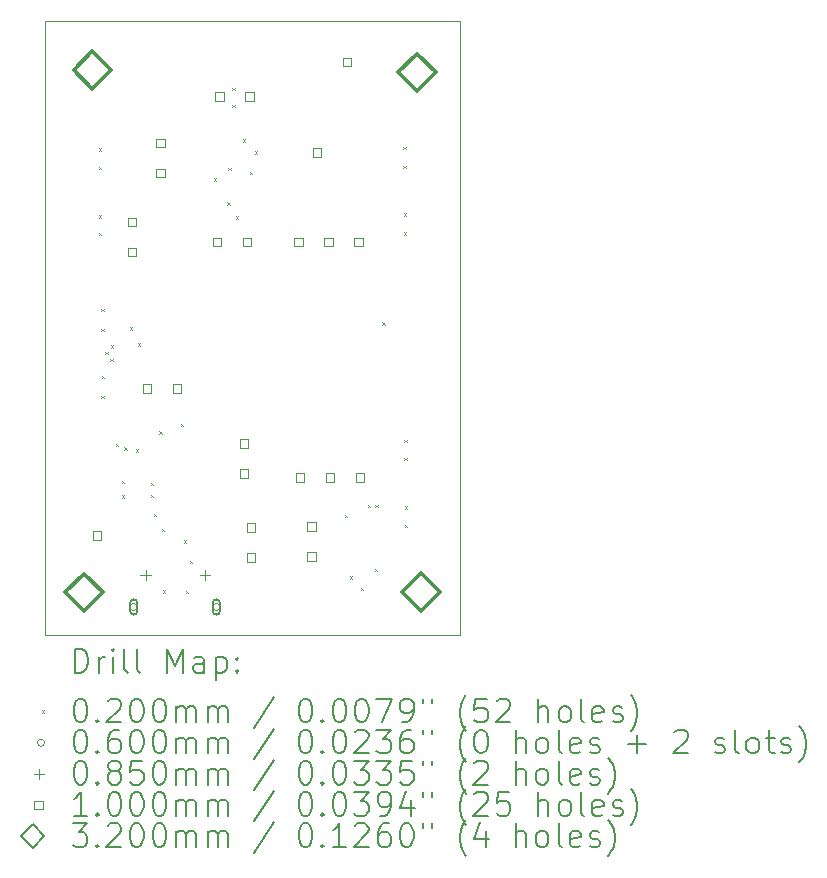
<source format=gbr>
%TF.GenerationSoftware,KiCad,Pcbnew,(6.0.9)*%
%TF.CreationDate,2022-12-23T15:53:00-08:00*%
%TF.ProjectId,pdm_mic_brd,70646d5f-6d69-4635-9f62-72642e6b6963,rev?*%
%TF.SameCoordinates,Original*%
%TF.FileFunction,Drillmap*%
%TF.FilePolarity,Positive*%
%FSLAX45Y45*%
G04 Gerber Fmt 4.5, Leading zero omitted, Abs format (unit mm)*
G04 Created by KiCad (PCBNEW (6.0.9)) date 2022-12-23 15:53:00*
%MOMM*%
%LPD*%
G01*
G04 APERTURE LIST*
%ADD10C,0.100000*%
%ADD11C,0.200000*%
%ADD12C,0.020000*%
%ADD13C,0.060000*%
%ADD14C,0.085000*%
%ADD15C,0.320000*%
G04 APERTURE END LIST*
D10*
X10578050Y-3178600D02*
X14093350Y-3178600D01*
X14093350Y-3178600D02*
X14093350Y-8378600D01*
X14093350Y-8378600D02*
X10578050Y-8378600D01*
X10578050Y-8378600D02*
X10578050Y-3178600D01*
D11*
D12*
X11031200Y-4823300D02*
X11051200Y-4843300D01*
X11051200Y-4823300D02*
X11031200Y-4843300D01*
X11031200Y-4973400D02*
X11051200Y-4993400D01*
X11051200Y-4973400D02*
X11031200Y-4993400D01*
X11033600Y-4412300D02*
X11053600Y-4432300D01*
X11053600Y-4412300D02*
X11033600Y-4432300D01*
X11034900Y-4254300D02*
X11054900Y-4274300D01*
X11054900Y-4254300D02*
X11034900Y-4274300D01*
X11053600Y-6350300D02*
X11073600Y-6370300D01*
X11073600Y-6350300D02*
X11053600Y-6370300D01*
X11054500Y-5612700D02*
X11074500Y-5632700D01*
X11074500Y-5612700D02*
X11054500Y-5632700D01*
X11054500Y-5784300D02*
X11074500Y-5804300D01*
X11074500Y-5784300D02*
X11054500Y-5804300D01*
X11055900Y-6181300D02*
X11075900Y-6201300D01*
X11075900Y-6181300D02*
X11055900Y-6201300D01*
X11087600Y-5979800D02*
X11107600Y-5999800D01*
X11107600Y-5979800D02*
X11087600Y-5999800D01*
X11131700Y-6036900D02*
X11151700Y-6056900D01*
X11151700Y-6036900D02*
X11131700Y-6056900D01*
X11133200Y-5924200D02*
X11153200Y-5944200D01*
X11153200Y-5924200D02*
X11133200Y-5944200D01*
X11177600Y-6755900D02*
X11197600Y-6775900D01*
X11197600Y-6755900D02*
X11177600Y-6775900D01*
X11227600Y-7073100D02*
X11247600Y-7093100D01*
X11247600Y-7073100D02*
X11227600Y-7093100D01*
X11230100Y-7192500D02*
X11250100Y-7212500D01*
X11250100Y-7192500D02*
X11230100Y-7212500D01*
X11249400Y-6785900D02*
X11269400Y-6805900D01*
X11269400Y-6785900D02*
X11249400Y-6805900D01*
X11293000Y-5771000D02*
X11313000Y-5791000D01*
X11313000Y-5771000D02*
X11293000Y-5791000D01*
X11346913Y-6805419D02*
X11366913Y-6825419D01*
X11366913Y-6805419D02*
X11346913Y-6825419D01*
X11363000Y-5905200D02*
X11383000Y-5925200D01*
X11383000Y-5905200D02*
X11363000Y-5925200D01*
X11470800Y-7191500D02*
X11490800Y-7211500D01*
X11490800Y-7191500D02*
X11470800Y-7211500D01*
X11474987Y-7089699D02*
X11494987Y-7109699D01*
X11494987Y-7089699D02*
X11474987Y-7109699D01*
X11498000Y-7351400D02*
X11518000Y-7371400D01*
X11518000Y-7351400D02*
X11498000Y-7371400D01*
X11543800Y-6650100D02*
X11563800Y-6670100D01*
X11563800Y-6650100D02*
X11543800Y-6670100D01*
X11565900Y-7478900D02*
X11585900Y-7498900D01*
X11585900Y-7478900D02*
X11565900Y-7498900D01*
X11577500Y-7998800D02*
X11597500Y-8018800D01*
X11597500Y-7998800D02*
X11577500Y-8018800D01*
X11725400Y-6588400D02*
X11745400Y-6608400D01*
X11745400Y-6588400D02*
X11725400Y-6608400D01*
X11750100Y-7574500D02*
X11770100Y-7594500D01*
X11770100Y-7574500D02*
X11750100Y-7594500D01*
X11769900Y-8004500D02*
X11789900Y-8024500D01*
X11789900Y-8004500D02*
X11769900Y-8024500D01*
X11802500Y-7746800D02*
X11822500Y-7766800D01*
X11822500Y-7746800D02*
X11802500Y-7766800D01*
X12004800Y-4510800D02*
X12024800Y-4530800D01*
X12024800Y-4510800D02*
X12004800Y-4530800D01*
X12120000Y-4713300D02*
X12140000Y-4733300D01*
X12140000Y-4713300D02*
X12120000Y-4733300D01*
X12130700Y-4420100D02*
X12150700Y-4440100D01*
X12150700Y-4420100D02*
X12130700Y-4440100D01*
X12161800Y-3885500D02*
X12181800Y-3905500D01*
X12181800Y-3885500D02*
X12161800Y-3905500D01*
X12163600Y-3741500D02*
X12183600Y-3761500D01*
X12183600Y-3741500D02*
X12163600Y-3761500D01*
X12192700Y-4831500D02*
X12212700Y-4851500D01*
X12212700Y-4831500D02*
X12192700Y-4851500D01*
X12251450Y-4180750D02*
X12271450Y-4200750D01*
X12271450Y-4180750D02*
X12251450Y-4200750D01*
X12309400Y-4456000D02*
X12329400Y-4476000D01*
X12329400Y-4456000D02*
X12309400Y-4476000D01*
X12355500Y-4281700D02*
X12375500Y-4301700D01*
X12375500Y-4281700D02*
X12355500Y-4301700D01*
X13115900Y-7360200D02*
X13135900Y-7380200D01*
X13135900Y-7360200D02*
X13115900Y-7380200D01*
X13158600Y-7878950D02*
X13178600Y-7898950D01*
X13178600Y-7878950D02*
X13158600Y-7898950D01*
X13249600Y-7976450D02*
X13269600Y-7996450D01*
X13269600Y-7976450D02*
X13249600Y-7996450D01*
X13309000Y-7271900D02*
X13329000Y-7291900D01*
X13329000Y-7271900D02*
X13309000Y-7291900D01*
X13369900Y-7813900D02*
X13389900Y-7833900D01*
X13389900Y-7813900D02*
X13369900Y-7833900D01*
X13374800Y-7276000D02*
X13394800Y-7296000D01*
X13394800Y-7276000D02*
X13374800Y-7296000D01*
X13431900Y-5728400D02*
X13451900Y-5748400D01*
X13451900Y-5728400D02*
X13431900Y-5748400D01*
X13610100Y-4405300D02*
X13630100Y-4425300D01*
X13630100Y-4405300D02*
X13610100Y-4425300D01*
X13611900Y-4240300D02*
X13631900Y-4260300D01*
X13631900Y-4240300D02*
X13611900Y-4260300D01*
X13616000Y-4965700D02*
X13636000Y-4985700D01*
X13636000Y-4965700D02*
X13616000Y-4985700D01*
X13617100Y-4804400D02*
X13637100Y-4824400D01*
X13637100Y-4804400D02*
X13617100Y-4824400D01*
X13619100Y-6725800D02*
X13639100Y-6745800D01*
X13639100Y-6725800D02*
X13619100Y-6745800D01*
X13619700Y-6875400D02*
X13639700Y-6895400D01*
X13639700Y-6875400D02*
X13619700Y-6895400D01*
X13622400Y-7442500D02*
X13642400Y-7462500D01*
X13642400Y-7442500D02*
X13622400Y-7462500D01*
X13623500Y-7287500D02*
X13643500Y-7307500D01*
X13643500Y-7287500D02*
X13623500Y-7307500D01*
D13*
X11358300Y-8139700D02*
G75*
G03*
X11358300Y-8139700I-30000J0D01*
G01*
D11*
X11358300Y-8174700D02*
X11358300Y-8104700D01*
X11298300Y-8174700D02*
X11298300Y-8104700D01*
X11358300Y-8104700D02*
G75*
G03*
X11298300Y-8104700I-30000J0D01*
G01*
X11298300Y-8174700D02*
G75*
G03*
X11358300Y-8174700I30000J0D01*
G01*
D13*
X12058300Y-8139700D02*
G75*
G03*
X12058300Y-8139700I-30000J0D01*
G01*
D11*
X11998300Y-8104700D02*
X11998300Y-8174700D01*
X12058300Y-8104700D02*
X12058300Y-8174700D01*
X11998300Y-8174700D02*
G75*
G03*
X12058300Y-8174700I30000J0D01*
G01*
X12058300Y-8104700D02*
G75*
G03*
X11998300Y-8104700I-30000J0D01*
G01*
D14*
X11428300Y-7827200D02*
X11428300Y-7912200D01*
X11385800Y-7869700D02*
X11470800Y-7869700D01*
X11928300Y-7827200D02*
X11928300Y-7912200D01*
X11885800Y-7869700D02*
X11970800Y-7869700D01*
D10*
X11050656Y-7567756D02*
X11050656Y-7497044D01*
X10979944Y-7497044D01*
X10979944Y-7567756D01*
X11050656Y-7567756D01*
X11347156Y-4913556D02*
X11347156Y-4842844D01*
X11276444Y-4842844D01*
X11276444Y-4913556D01*
X11347156Y-4913556D01*
X11347156Y-5167556D02*
X11347156Y-5096844D01*
X11276444Y-5096844D01*
X11276444Y-5167556D01*
X11347156Y-5167556D01*
X11476156Y-6324256D02*
X11476156Y-6253544D01*
X11405444Y-6253544D01*
X11405444Y-6324256D01*
X11476156Y-6324256D01*
X11590856Y-4244156D02*
X11590856Y-4173444D01*
X11520144Y-4173444D01*
X11520144Y-4244156D01*
X11590856Y-4244156D01*
X11590856Y-4498156D02*
X11590856Y-4427444D01*
X11520144Y-4427444D01*
X11520144Y-4498156D01*
X11590856Y-4498156D01*
X11730156Y-6324256D02*
X11730156Y-6253544D01*
X11659444Y-6253544D01*
X11659444Y-6324256D01*
X11730156Y-6324256D01*
X12069456Y-5085356D02*
X12069456Y-5014644D01*
X11998744Y-5014644D01*
X11998744Y-5085356D01*
X12069456Y-5085356D01*
X12090056Y-3853056D02*
X12090056Y-3782344D01*
X12019344Y-3782344D01*
X12019344Y-3853056D01*
X12090056Y-3853056D01*
X12296756Y-6790356D02*
X12296756Y-6719644D01*
X12226044Y-6719644D01*
X12226044Y-6790356D01*
X12296756Y-6790356D01*
X12296756Y-7044356D02*
X12296756Y-6973644D01*
X12226044Y-6973644D01*
X12226044Y-7044356D01*
X12296756Y-7044356D01*
X12323456Y-5085356D02*
X12323456Y-5014644D01*
X12252744Y-5014644D01*
X12252744Y-5085356D01*
X12323456Y-5085356D01*
X12344056Y-3853056D02*
X12344056Y-3782344D01*
X12273344Y-3782344D01*
X12273344Y-3853056D01*
X12344056Y-3853056D01*
X12354656Y-7500256D02*
X12354656Y-7429544D01*
X12283944Y-7429544D01*
X12283944Y-7500256D01*
X12354656Y-7500256D01*
X12354656Y-7754256D02*
X12354656Y-7683544D01*
X12283944Y-7683544D01*
X12283944Y-7754256D01*
X12354656Y-7754256D01*
X12758256Y-5083956D02*
X12758256Y-5013244D01*
X12687544Y-5013244D01*
X12687544Y-5083956D01*
X12758256Y-5083956D01*
X12770956Y-7076656D02*
X12770956Y-7005944D01*
X12700244Y-7005944D01*
X12700244Y-7076656D01*
X12770956Y-7076656D01*
X12870356Y-7492156D02*
X12870356Y-7421444D01*
X12799644Y-7421444D01*
X12799644Y-7492156D01*
X12870356Y-7492156D01*
X12870356Y-7746156D02*
X12870356Y-7675444D01*
X12799644Y-7675444D01*
X12799644Y-7746156D01*
X12870356Y-7746156D01*
X12915256Y-4326556D02*
X12915256Y-4255844D01*
X12844544Y-4255844D01*
X12844544Y-4326556D01*
X12915256Y-4326556D01*
X13012256Y-5083956D02*
X13012256Y-5013244D01*
X12941544Y-5013244D01*
X12941544Y-5083956D01*
X13012256Y-5083956D01*
X13024956Y-7076656D02*
X13024956Y-7005944D01*
X12954244Y-7005944D01*
X12954244Y-7076656D01*
X13024956Y-7076656D01*
X13171556Y-3558556D02*
X13171556Y-3487844D01*
X13100844Y-3487844D01*
X13100844Y-3558556D01*
X13171556Y-3558556D01*
X13266256Y-5083956D02*
X13266256Y-5013244D01*
X13195544Y-5013244D01*
X13195544Y-5083956D01*
X13266256Y-5083956D01*
X13278956Y-7076656D02*
X13278956Y-7005944D01*
X13208244Y-7005944D01*
X13208244Y-7076656D01*
X13278956Y-7076656D01*
D15*
X10906400Y-8175400D02*
X11066400Y-8015400D01*
X10906400Y-7855400D01*
X10746400Y-8015400D01*
X10906400Y-8175400D01*
X10979200Y-3754500D02*
X11139200Y-3594500D01*
X10979200Y-3434500D01*
X10819200Y-3594500D01*
X10979200Y-3754500D01*
X13723800Y-3772700D02*
X13883800Y-3612700D01*
X13723800Y-3452700D01*
X13563800Y-3612700D01*
X13723800Y-3772700D01*
X13757600Y-8169700D02*
X13917600Y-8009700D01*
X13757600Y-7849700D01*
X13597600Y-8009700D01*
X13757600Y-8169700D01*
D11*
X10830669Y-8694076D02*
X10830669Y-8494076D01*
X10878288Y-8494076D01*
X10906860Y-8503600D01*
X10925907Y-8522648D01*
X10935431Y-8541695D01*
X10944955Y-8579790D01*
X10944955Y-8608362D01*
X10935431Y-8646457D01*
X10925907Y-8665505D01*
X10906860Y-8684552D01*
X10878288Y-8694076D01*
X10830669Y-8694076D01*
X11030669Y-8694076D02*
X11030669Y-8560743D01*
X11030669Y-8598838D02*
X11040193Y-8579790D01*
X11049717Y-8570267D01*
X11068764Y-8560743D01*
X11087812Y-8560743D01*
X11154479Y-8694076D02*
X11154479Y-8560743D01*
X11154479Y-8494076D02*
X11144955Y-8503600D01*
X11154479Y-8513124D01*
X11164002Y-8503600D01*
X11154479Y-8494076D01*
X11154479Y-8513124D01*
X11278288Y-8694076D02*
X11259240Y-8684552D01*
X11249717Y-8665505D01*
X11249717Y-8494076D01*
X11383050Y-8694076D02*
X11364002Y-8684552D01*
X11354478Y-8665505D01*
X11354478Y-8494076D01*
X11611621Y-8694076D02*
X11611621Y-8494076D01*
X11678288Y-8636933D01*
X11744955Y-8494076D01*
X11744955Y-8694076D01*
X11925907Y-8694076D02*
X11925907Y-8589314D01*
X11916383Y-8570267D01*
X11897336Y-8560743D01*
X11859240Y-8560743D01*
X11840193Y-8570267D01*
X11925907Y-8684552D02*
X11906859Y-8694076D01*
X11859240Y-8694076D01*
X11840193Y-8684552D01*
X11830669Y-8665505D01*
X11830669Y-8646457D01*
X11840193Y-8627410D01*
X11859240Y-8617886D01*
X11906859Y-8617886D01*
X11925907Y-8608362D01*
X12021145Y-8560743D02*
X12021145Y-8760743D01*
X12021145Y-8570267D02*
X12040193Y-8560743D01*
X12078288Y-8560743D01*
X12097336Y-8570267D01*
X12106859Y-8579790D01*
X12116383Y-8598838D01*
X12116383Y-8655981D01*
X12106859Y-8675029D01*
X12097336Y-8684552D01*
X12078288Y-8694076D01*
X12040193Y-8694076D01*
X12021145Y-8684552D01*
X12202098Y-8675029D02*
X12211621Y-8684552D01*
X12202098Y-8694076D01*
X12192574Y-8684552D01*
X12202098Y-8675029D01*
X12202098Y-8694076D01*
X12202098Y-8570267D02*
X12211621Y-8579790D01*
X12202098Y-8589314D01*
X12192574Y-8579790D01*
X12202098Y-8570267D01*
X12202098Y-8589314D01*
D12*
X10553050Y-9013600D02*
X10573050Y-9033600D01*
X10573050Y-9013600D02*
X10553050Y-9033600D01*
D11*
X10868764Y-8914076D02*
X10887812Y-8914076D01*
X10906860Y-8923600D01*
X10916383Y-8933124D01*
X10925907Y-8952171D01*
X10935431Y-8990267D01*
X10935431Y-9037886D01*
X10925907Y-9075981D01*
X10916383Y-9095029D01*
X10906860Y-9104552D01*
X10887812Y-9114076D01*
X10868764Y-9114076D01*
X10849717Y-9104552D01*
X10840193Y-9095029D01*
X10830669Y-9075981D01*
X10821145Y-9037886D01*
X10821145Y-8990267D01*
X10830669Y-8952171D01*
X10840193Y-8933124D01*
X10849717Y-8923600D01*
X10868764Y-8914076D01*
X11021145Y-9095029D02*
X11030669Y-9104552D01*
X11021145Y-9114076D01*
X11011621Y-9104552D01*
X11021145Y-9095029D01*
X11021145Y-9114076D01*
X11106860Y-8933124D02*
X11116383Y-8923600D01*
X11135431Y-8914076D01*
X11183050Y-8914076D01*
X11202098Y-8923600D01*
X11211621Y-8933124D01*
X11221145Y-8952171D01*
X11221145Y-8971219D01*
X11211621Y-8999790D01*
X11097336Y-9114076D01*
X11221145Y-9114076D01*
X11344955Y-8914076D02*
X11364002Y-8914076D01*
X11383050Y-8923600D01*
X11392574Y-8933124D01*
X11402098Y-8952171D01*
X11411621Y-8990267D01*
X11411621Y-9037886D01*
X11402098Y-9075981D01*
X11392574Y-9095029D01*
X11383050Y-9104552D01*
X11364002Y-9114076D01*
X11344955Y-9114076D01*
X11325907Y-9104552D01*
X11316383Y-9095029D01*
X11306859Y-9075981D01*
X11297336Y-9037886D01*
X11297336Y-8990267D01*
X11306859Y-8952171D01*
X11316383Y-8933124D01*
X11325907Y-8923600D01*
X11344955Y-8914076D01*
X11535431Y-8914076D02*
X11554478Y-8914076D01*
X11573526Y-8923600D01*
X11583050Y-8933124D01*
X11592574Y-8952171D01*
X11602098Y-8990267D01*
X11602098Y-9037886D01*
X11592574Y-9075981D01*
X11583050Y-9095029D01*
X11573526Y-9104552D01*
X11554478Y-9114076D01*
X11535431Y-9114076D01*
X11516383Y-9104552D01*
X11506859Y-9095029D01*
X11497336Y-9075981D01*
X11487812Y-9037886D01*
X11487812Y-8990267D01*
X11497336Y-8952171D01*
X11506859Y-8933124D01*
X11516383Y-8923600D01*
X11535431Y-8914076D01*
X11687812Y-9114076D02*
X11687812Y-8980743D01*
X11687812Y-8999790D02*
X11697336Y-8990267D01*
X11716383Y-8980743D01*
X11744955Y-8980743D01*
X11764002Y-8990267D01*
X11773526Y-9009314D01*
X11773526Y-9114076D01*
X11773526Y-9009314D02*
X11783050Y-8990267D01*
X11802098Y-8980743D01*
X11830669Y-8980743D01*
X11849717Y-8990267D01*
X11859240Y-9009314D01*
X11859240Y-9114076D01*
X11954478Y-9114076D02*
X11954478Y-8980743D01*
X11954478Y-8999790D02*
X11964002Y-8990267D01*
X11983050Y-8980743D01*
X12011621Y-8980743D01*
X12030669Y-8990267D01*
X12040193Y-9009314D01*
X12040193Y-9114076D01*
X12040193Y-9009314D02*
X12049717Y-8990267D01*
X12068764Y-8980743D01*
X12097336Y-8980743D01*
X12116383Y-8990267D01*
X12125907Y-9009314D01*
X12125907Y-9114076D01*
X12516383Y-8904552D02*
X12344955Y-9161695D01*
X12773526Y-8914076D02*
X12792574Y-8914076D01*
X12811621Y-8923600D01*
X12821145Y-8933124D01*
X12830669Y-8952171D01*
X12840193Y-8990267D01*
X12840193Y-9037886D01*
X12830669Y-9075981D01*
X12821145Y-9095029D01*
X12811621Y-9104552D01*
X12792574Y-9114076D01*
X12773526Y-9114076D01*
X12754478Y-9104552D01*
X12744955Y-9095029D01*
X12735431Y-9075981D01*
X12725907Y-9037886D01*
X12725907Y-8990267D01*
X12735431Y-8952171D01*
X12744955Y-8933124D01*
X12754478Y-8923600D01*
X12773526Y-8914076D01*
X12925907Y-9095029D02*
X12935431Y-9104552D01*
X12925907Y-9114076D01*
X12916383Y-9104552D01*
X12925907Y-9095029D01*
X12925907Y-9114076D01*
X13059240Y-8914076D02*
X13078288Y-8914076D01*
X13097336Y-8923600D01*
X13106859Y-8933124D01*
X13116383Y-8952171D01*
X13125907Y-8990267D01*
X13125907Y-9037886D01*
X13116383Y-9075981D01*
X13106859Y-9095029D01*
X13097336Y-9104552D01*
X13078288Y-9114076D01*
X13059240Y-9114076D01*
X13040193Y-9104552D01*
X13030669Y-9095029D01*
X13021145Y-9075981D01*
X13011621Y-9037886D01*
X13011621Y-8990267D01*
X13021145Y-8952171D01*
X13030669Y-8933124D01*
X13040193Y-8923600D01*
X13059240Y-8914076D01*
X13249717Y-8914076D02*
X13268764Y-8914076D01*
X13287812Y-8923600D01*
X13297336Y-8933124D01*
X13306859Y-8952171D01*
X13316383Y-8990267D01*
X13316383Y-9037886D01*
X13306859Y-9075981D01*
X13297336Y-9095029D01*
X13287812Y-9104552D01*
X13268764Y-9114076D01*
X13249717Y-9114076D01*
X13230669Y-9104552D01*
X13221145Y-9095029D01*
X13211621Y-9075981D01*
X13202098Y-9037886D01*
X13202098Y-8990267D01*
X13211621Y-8952171D01*
X13221145Y-8933124D01*
X13230669Y-8923600D01*
X13249717Y-8914076D01*
X13383050Y-8914076D02*
X13516383Y-8914076D01*
X13430669Y-9114076D01*
X13602098Y-9114076D02*
X13640193Y-9114076D01*
X13659240Y-9104552D01*
X13668764Y-9095029D01*
X13687812Y-9066457D01*
X13697336Y-9028362D01*
X13697336Y-8952171D01*
X13687812Y-8933124D01*
X13678288Y-8923600D01*
X13659240Y-8914076D01*
X13621145Y-8914076D01*
X13602098Y-8923600D01*
X13592574Y-8933124D01*
X13583050Y-8952171D01*
X13583050Y-8999790D01*
X13592574Y-9018838D01*
X13602098Y-9028362D01*
X13621145Y-9037886D01*
X13659240Y-9037886D01*
X13678288Y-9028362D01*
X13687812Y-9018838D01*
X13697336Y-8999790D01*
X13773526Y-8914076D02*
X13773526Y-8952171D01*
X13849717Y-8914076D02*
X13849717Y-8952171D01*
X14144955Y-9190267D02*
X14135431Y-9180743D01*
X14116383Y-9152171D01*
X14106859Y-9133124D01*
X14097336Y-9104552D01*
X14087812Y-9056933D01*
X14087812Y-9018838D01*
X14097336Y-8971219D01*
X14106859Y-8942648D01*
X14116383Y-8923600D01*
X14135431Y-8895029D01*
X14144955Y-8885505D01*
X14316383Y-8914076D02*
X14221145Y-8914076D01*
X14211621Y-9009314D01*
X14221145Y-8999790D01*
X14240193Y-8990267D01*
X14287812Y-8990267D01*
X14306859Y-8999790D01*
X14316383Y-9009314D01*
X14325907Y-9028362D01*
X14325907Y-9075981D01*
X14316383Y-9095029D01*
X14306859Y-9104552D01*
X14287812Y-9114076D01*
X14240193Y-9114076D01*
X14221145Y-9104552D01*
X14211621Y-9095029D01*
X14402098Y-8933124D02*
X14411621Y-8923600D01*
X14430669Y-8914076D01*
X14478288Y-8914076D01*
X14497336Y-8923600D01*
X14506859Y-8933124D01*
X14516383Y-8952171D01*
X14516383Y-8971219D01*
X14506859Y-8999790D01*
X14392574Y-9114076D01*
X14516383Y-9114076D01*
X14754478Y-9114076D02*
X14754478Y-8914076D01*
X14840193Y-9114076D02*
X14840193Y-9009314D01*
X14830669Y-8990267D01*
X14811621Y-8980743D01*
X14783050Y-8980743D01*
X14764002Y-8990267D01*
X14754478Y-8999790D01*
X14964002Y-9114076D02*
X14944955Y-9104552D01*
X14935431Y-9095029D01*
X14925907Y-9075981D01*
X14925907Y-9018838D01*
X14935431Y-8999790D01*
X14944955Y-8990267D01*
X14964002Y-8980743D01*
X14992574Y-8980743D01*
X15011621Y-8990267D01*
X15021145Y-8999790D01*
X15030669Y-9018838D01*
X15030669Y-9075981D01*
X15021145Y-9095029D01*
X15011621Y-9104552D01*
X14992574Y-9114076D01*
X14964002Y-9114076D01*
X15144955Y-9114076D02*
X15125907Y-9104552D01*
X15116383Y-9085505D01*
X15116383Y-8914076D01*
X15297336Y-9104552D02*
X15278288Y-9114076D01*
X15240193Y-9114076D01*
X15221145Y-9104552D01*
X15211621Y-9085505D01*
X15211621Y-9009314D01*
X15221145Y-8990267D01*
X15240193Y-8980743D01*
X15278288Y-8980743D01*
X15297336Y-8990267D01*
X15306859Y-9009314D01*
X15306859Y-9028362D01*
X15211621Y-9047410D01*
X15383050Y-9104552D02*
X15402098Y-9114076D01*
X15440193Y-9114076D01*
X15459240Y-9104552D01*
X15468764Y-9085505D01*
X15468764Y-9075981D01*
X15459240Y-9056933D01*
X15440193Y-9047410D01*
X15411621Y-9047410D01*
X15392574Y-9037886D01*
X15383050Y-9018838D01*
X15383050Y-9009314D01*
X15392574Y-8990267D01*
X15411621Y-8980743D01*
X15440193Y-8980743D01*
X15459240Y-8990267D01*
X15535431Y-9190267D02*
X15544955Y-9180743D01*
X15564002Y-9152171D01*
X15573526Y-9133124D01*
X15583050Y-9104552D01*
X15592574Y-9056933D01*
X15592574Y-9018838D01*
X15583050Y-8971219D01*
X15573526Y-8942648D01*
X15564002Y-8923600D01*
X15544955Y-8895029D01*
X15535431Y-8885505D01*
D13*
X10573050Y-9287600D02*
G75*
G03*
X10573050Y-9287600I-30000J0D01*
G01*
D11*
X10868764Y-9178076D02*
X10887812Y-9178076D01*
X10906860Y-9187600D01*
X10916383Y-9197124D01*
X10925907Y-9216171D01*
X10935431Y-9254267D01*
X10935431Y-9301886D01*
X10925907Y-9339981D01*
X10916383Y-9359029D01*
X10906860Y-9368552D01*
X10887812Y-9378076D01*
X10868764Y-9378076D01*
X10849717Y-9368552D01*
X10840193Y-9359029D01*
X10830669Y-9339981D01*
X10821145Y-9301886D01*
X10821145Y-9254267D01*
X10830669Y-9216171D01*
X10840193Y-9197124D01*
X10849717Y-9187600D01*
X10868764Y-9178076D01*
X11021145Y-9359029D02*
X11030669Y-9368552D01*
X11021145Y-9378076D01*
X11011621Y-9368552D01*
X11021145Y-9359029D01*
X11021145Y-9378076D01*
X11202098Y-9178076D02*
X11164002Y-9178076D01*
X11144955Y-9187600D01*
X11135431Y-9197124D01*
X11116383Y-9225695D01*
X11106860Y-9263790D01*
X11106860Y-9339981D01*
X11116383Y-9359029D01*
X11125907Y-9368552D01*
X11144955Y-9378076D01*
X11183050Y-9378076D01*
X11202098Y-9368552D01*
X11211621Y-9359029D01*
X11221145Y-9339981D01*
X11221145Y-9292362D01*
X11211621Y-9273314D01*
X11202098Y-9263790D01*
X11183050Y-9254267D01*
X11144955Y-9254267D01*
X11125907Y-9263790D01*
X11116383Y-9273314D01*
X11106860Y-9292362D01*
X11344955Y-9178076D02*
X11364002Y-9178076D01*
X11383050Y-9187600D01*
X11392574Y-9197124D01*
X11402098Y-9216171D01*
X11411621Y-9254267D01*
X11411621Y-9301886D01*
X11402098Y-9339981D01*
X11392574Y-9359029D01*
X11383050Y-9368552D01*
X11364002Y-9378076D01*
X11344955Y-9378076D01*
X11325907Y-9368552D01*
X11316383Y-9359029D01*
X11306859Y-9339981D01*
X11297336Y-9301886D01*
X11297336Y-9254267D01*
X11306859Y-9216171D01*
X11316383Y-9197124D01*
X11325907Y-9187600D01*
X11344955Y-9178076D01*
X11535431Y-9178076D02*
X11554478Y-9178076D01*
X11573526Y-9187600D01*
X11583050Y-9197124D01*
X11592574Y-9216171D01*
X11602098Y-9254267D01*
X11602098Y-9301886D01*
X11592574Y-9339981D01*
X11583050Y-9359029D01*
X11573526Y-9368552D01*
X11554478Y-9378076D01*
X11535431Y-9378076D01*
X11516383Y-9368552D01*
X11506859Y-9359029D01*
X11497336Y-9339981D01*
X11487812Y-9301886D01*
X11487812Y-9254267D01*
X11497336Y-9216171D01*
X11506859Y-9197124D01*
X11516383Y-9187600D01*
X11535431Y-9178076D01*
X11687812Y-9378076D02*
X11687812Y-9244743D01*
X11687812Y-9263790D02*
X11697336Y-9254267D01*
X11716383Y-9244743D01*
X11744955Y-9244743D01*
X11764002Y-9254267D01*
X11773526Y-9273314D01*
X11773526Y-9378076D01*
X11773526Y-9273314D02*
X11783050Y-9254267D01*
X11802098Y-9244743D01*
X11830669Y-9244743D01*
X11849717Y-9254267D01*
X11859240Y-9273314D01*
X11859240Y-9378076D01*
X11954478Y-9378076D02*
X11954478Y-9244743D01*
X11954478Y-9263790D02*
X11964002Y-9254267D01*
X11983050Y-9244743D01*
X12011621Y-9244743D01*
X12030669Y-9254267D01*
X12040193Y-9273314D01*
X12040193Y-9378076D01*
X12040193Y-9273314D02*
X12049717Y-9254267D01*
X12068764Y-9244743D01*
X12097336Y-9244743D01*
X12116383Y-9254267D01*
X12125907Y-9273314D01*
X12125907Y-9378076D01*
X12516383Y-9168552D02*
X12344955Y-9425695D01*
X12773526Y-9178076D02*
X12792574Y-9178076D01*
X12811621Y-9187600D01*
X12821145Y-9197124D01*
X12830669Y-9216171D01*
X12840193Y-9254267D01*
X12840193Y-9301886D01*
X12830669Y-9339981D01*
X12821145Y-9359029D01*
X12811621Y-9368552D01*
X12792574Y-9378076D01*
X12773526Y-9378076D01*
X12754478Y-9368552D01*
X12744955Y-9359029D01*
X12735431Y-9339981D01*
X12725907Y-9301886D01*
X12725907Y-9254267D01*
X12735431Y-9216171D01*
X12744955Y-9197124D01*
X12754478Y-9187600D01*
X12773526Y-9178076D01*
X12925907Y-9359029D02*
X12935431Y-9368552D01*
X12925907Y-9378076D01*
X12916383Y-9368552D01*
X12925907Y-9359029D01*
X12925907Y-9378076D01*
X13059240Y-9178076D02*
X13078288Y-9178076D01*
X13097336Y-9187600D01*
X13106859Y-9197124D01*
X13116383Y-9216171D01*
X13125907Y-9254267D01*
X13125907Y-9301886D01*
X13116383Y-9339981D01*
X13106859Y-9359029D01*
X13097336Y-9368552D01*
X13078288Y-9378076D01*
X13059240Y-9378076D01*
X13040193Y-9368552D01*
X13030669Y-9359029D01*
X13021145Y-9339981D01*
X13011621Y-9301886D01*
X13011621Y-9254267D01*
X13021145Y-9216171D01*
X13030669Y-9197124D01*
X13040193Y-9187600D01*
X13059240Y-9178076D01*
X13202098Y-9197124D02*
X13211621Y-9187600D01*
X13230669Y-9178076D01*
X13278288Y-9178076D01*
X13297336Y-9187600D01*
X13306859Y-9197124D01*
X13316383Y-9216171D01*
X13316383Y-9235219D01*
X13306859Y-9263790D01*
X13192574Y-9378076D01*
X13316383Y-9378076D01*
X13383050Y-9178076D02*
X13506859Y-9178076D01*
X13440193Y-9254267D01*
X13468764Y-9254267D01*
X13487812Y-9263790D01*
X13497336Y-9273314D01*
X13506859Y-9292362D01*
X13506859Y-9339981D01*
X13497336Y-9359029D01*
X13487812Y-9368552D01*
X13468764Y-9378076D01*
X13411621Y-9378076D01*
X13392574Y-9368552D01*
X13383050Y-9359029D01*
X13678288Y-9178076D02*
X13640193Y-9178076D01*
X13621145Y-9187600D01*
X13611621Y-9197124D01*
X13592574Y-9225695D01*
X13583050Y-9263790D01*
X13583050Y-9339981D01*
X13592574Y-9359029D01*
X13602098Y-9368552D01*
X13621145Y-9378076D01*
X13659240Y-9378076D01*
X13678288Y-9368552D01*
X13687812Y-9359029D01*
X13697336Y-9339981D01*
X13697336Y-9292362D01*
X13687812Y-9273314D01*
X13678288Y-9263790D01*
X13659240Y-9254267D01*
X13621145Y-9254267D01*
X13602098Y-9263790D01*
X13592574Y-9273314D01*
X13583050Y-9292362D01*
X13773526Y-9178076D02*
X13773526Y-9216171D01*
X13849717Y-9178076D02*
X13849717Y-9216171D01*
X14144955Y-9454267D02*
X14135431Y-9444743D01*
X14116383Y-9416171D01*
X14106859Y-9397124D01*
X14097336Y-9368552D01*
X14087812Y-9320933D01*
X14087812Y-9282838D01*
X14097336Y-9235219D01*
X14106859Y-9206648D01*
X14116383Y-9187600D01*
X14135431Y-9159029D01*
X14144955Y-9149505D01*
X14259240Y-9178076D02*
X14278288Y-9178076D01*
X14297336Y-9187600D01*
X14306859Y-9197124D01*
X14316383Y-9216171D01*
X14325907Y-9254267D01*
X14325907Y-9301886D01*
X14316383Y-9339981D01*
X14306859Y-9359029D01*
X14297336Y-9368552D01*
X14278288Y-9378076D01*
X14259240Y-9378076D01*
X14240193Y-9368552D01*
X14230669Y-9359029D01*
X14221145Y-9339981D01*
X14211621Y-9301886D01*
X14211621Y-9254267D01*
X14221145Y-9216171D01*
X14230669Y-9197124D01*
X14240193Y-9187600D01*
X14259240Y-9178076D01*
X14564002Y-9378076D02*
X14564002Y-9178076D01*
X14649717Y-9378076D02*
X14649717Y-9273314D01*
X14640193Y-9254267D01*
X14621145Y-9244743D01*
X14592574Y-9244743D01*
X14573526Y-9254267D01*
X14564002Y-9263790D01*
X14773526Y-9378076D02*
X14754478Y-9368552D01*
X14744955Y-9359029D01*
X14735431Y-9339981D01*
X14735431Y-9282838D01*
X14744955Y-9263790D01*
X14754478Y-9254267D01*
X14773526Y-9244743D01*
X14802098Y-9244743D01*
X14821145Y-9254267D01*
X14830669Y-9263790D01*
X14840193Y-9282838D01*
X14840193Y-9339981D01*
X14830669Y-9359029D01*
X14821145Y-9368552D01*
X14802098Y-9378076D01*
X14773526Y-9378076D01*
X14954478Y-9378076D02*
X14935431Y-9368552D01*
X14925907Y-9349505D01*
X14925907Y-9178076D01*
X15106859Y-9368552D02*
X15087812Y-9378076D01*
X15049717Y-9378076D01*
X15030669Y-9368552D01*
X15021145Y-9349505D01*
X15021145Y-9273314D01*
X15030669Y-9254267D01*
X15049717Y-9244743D01*
X15087812Y-9244743D01*
X15106859Y-9254267D01*
X15116383Y-9273314D01*
X15116383Y-9292362D01*
X15021145Y-9311410D01*
X15192574Y-9368552D02*
X15211621Y-9378076D01*
X15249717Y-9378076D01*
X15268764Y-9368552D01*
X15278288Y-9349505D01*
X15278288Y-9339981D01*
X15268764Y-9320933D01*
X15249717Y-9311410D01*
X15221145Y-9311410D01*
X15202098Y-9301886D01*
X15192574Y-9282838D01*
X15192574Y-9273314D01*
X15202098Y-9254267D01*
X15221145Y-9244743D01*
X15249717Y-9244743D01*
X15268764Y-9254267D01*
X15516383Y-9301886D02*
X15668764Y-9301886D01*
X15592574Y-9378076D02*
X15592574Y-9225695D01*
X15906859Y-9197124D02*
X15916383Y-9187600D01*
X15935431Y-9178076D01*
X15983050Y-9178076D01*
X16002098Y-9187600D01*
X16011621Y-9197124D01*
X16021145Y-9216171D01*
X16021145Y-9235219D01*
X16011621Y-9263790D01*
X15897336Y-9378076D01*
X16021145Y-9378076D01*
X16249717Y-9368552D02*
X16268764Y-9378076D01*
X16306859Y-9378076D01*
X16325907Y-9368552D01*
X16335431Y-9349505D01*
X16335431Y-9339981D01*
X16325907Y-9320933D01*
X16306859Y-9311410D01*
X16278288Y-9311410D01*
X16259240Y-9301886D01*
X16249717Y-9282838D01*
X16249717Y-9273314D01*
X16259240Y-9254267D01*
X16278288Y-9244743D01*
X16306859Y-9244743D01*
X16325907Y-9254267D01*
X16449717Y-9378076D02*
X16430669Y-9368552D01*
X16421145Y-9349505D01*
X16421145Y-9178076D01*
X16554478Y-9378076D02*
X16535431Y-9368552D01*
X16525907Y-9359029D01*
X16516383Y-9339981D01*
X16516383Y-9282838D01*
X16525907Y-9263790D01*
X16535431Y-9254267D01*
X16554478Y-9244743D01*
X16583050Y-9244743D01*
X16602098Y-9254267D01*
X16611621Y-9263790D01*
X16621145Y-9282838D01*
X16621145Y-9339981D01*
X16611621Y-9359029D01*
X16602098Y-9368552D01*
X16583050Y-9378076D01*
X16554478Y-9378076D01*
X16678288Y-9244743D02*
X16754478Y-9244743D01*
X16706859Y-9178076D02*
X16706859Y-9349505D01*
X16716383Y-9368552D01*
X16735431Y-9378076D01*
X16754478Y-9378076D01*
X16811621Y-9368552D02*
X16830669Y-9378076D01*
X16868764Y-9378076D01*
X16887812Y-9368552D01*
X16897336Y-9349505D01*
X16897336Y-9339981D01*
X16887812Y-9320933D01*
X16868764Y-9311410D01*
X16840193Y-9311410D01*
X16821145Y-9301886D01*
X16811621Y-9282838D01*
X16811621Y-9273314D01*
X16821145Y-9254267D01*
X16840193Y-9244743D01*
X16868764Y-9244743D01*
X16887812Y-9254267D01*
X16964002Y-9454267D02*
X16973526Y-9444743D01*
X16992574Y-9416171D01*
X17002098Y-9397124D01*
X17011621Y-9368552D01*
X17021145Y-9320933D01*
X17021145Y-9282838D01*
X17011621Y-9235219D01*
X17002098Y-9206648D01*
X16992574Y-9187600D01*
X16973526Y-9159029D01*
X16964002Y-9149505D01*
D14*
X10530550Y-9509100D02*
X10530550Y-9594100D01*
X10488050Y-9551600D02*
X10573050Y-9551600D01*
D11*
X10868764Y-9442076D02*
X10887812Y-9442076D01*
X10906860Y-9451600D01*
X10916383Y-9461124D01*
X10925907Y-9480171D01*
X10935431Y-9518267D01*
X10935431Y-9565886D01*
X10925907Y-9603981D01*
X10916383Y-9623029D01*
X10906860Y-9632552D01*
X10887812Y-9642076D01*
X10868764Y-9642076D01*
X10849717Y-9632552D01*
X10840193Y-9623029D01*
X10830669Y-9603981D01*
X10821145Y-9565886D01*
X10821145Y-9518267D01*
X10830669Y-9480171D01*
X10840193Y-9461124D01*
X10849717Y-9451600D01*
X10868764Y-9442076D01*
X11021145Y-9623029D02*
X11030669Y-9632552D01*
X11021145Y-9642076D01*
X11011621Y-9632552D01*
X11021145Y-9623029D01*
X11021145Y-9642076D01*
X11144955Y-9527790D02*
X11125907Y-9518267D01*
X11116383Y-9508743D01*
X11106860Y-9489695D01*
X11106860Y-9480171D01*
X11116383Y-9461124D01*
X11125907Y-9451600D01*
X11144955Y-9442076D01*
X11183050Y-9442076D01*
X11202098Y-9451600D01*
X11211621Y-9461124D01*
X11221145Y-9480171D01*
X11221145Y-9489695D01*
X11211621Y-9508743D01*
X11202098Y-9518267D01*
X11183050Y-9527790D01*
X11144955Y-9527790D01*
X11125907Y-9537314D01*
X11116383Y-9546838D01*
X11106860Y-9565886D01*
X11106860Y-9603981D01*
X11116383Y-9623029D01*
X11125907Y-9632552D01*
X11144955Y-9642076D01*
X11183050Y-9642076D01*
X11202098Y-9632552D01*
X11211621Y-9623029D01*
X11221145Y-9603981D01*
X11221145Y-9565886D01*
X11211621Y-9546838D01*
X11202098Y-9537314D01*
X11183050Y-9527790D01*
X11402098Y-9442076D02*
X11306859Y-9442076D01*
X11297336Y-9537314D01*
X11306859Y-9527790D01*
X11325907Y-9518267D01*
X11373526Y-9518267D01*
X11392574Y-9527790D01*
X11402098Y-9537314D01*
X11411621Y-9556362D01*
X11411621Y-9603981D01*
X11402098Y-9623029D01*
X11392574Y-9632552D01*
X11373526Y-9642076D01*
X11325907Y-9642076D01*
X11306859Y-9632552D01*
X11297336Y-9623029D01*
X11535431Y-9442076D02*
X11554478Y-9442076D01*
X11573526Y-9451600D01*
X11583050Y-9461124D01*
X11592574Y-9480171D01*
X11602098Y-9518267D01*
X11602098Y-9565886D01*
X11592574Y-9603981D01*
X11583050Y-9623029D01*
X11573526Y-9632552D01*
X11554478Y-9642076D01*
X11535431Y-9642076D01*
X11516383Y-9632552D01*
X11506859Y-9623029D01*
X11497336Y-9603981D01*
X11487812Y-9565886D01*
X11487812Y-9518267D01*
X11497336Y-9480171D01*
X11506859Y-9461124D01*
X11516383Y-9451600D01*
X11535431Y-9442076D01*
X11687812Y-9642076D02*
X11687812Y-9508743D01*
X11687812Y-9527790D02*
X11697336Y-9518267D01*
X11716383Y-9508743D01*
X11744955Y-9508743D01*
X11764002Y-9518267D01*
X11773526Y-9537314D01*
X11773526Y-9642076D01*
X11773526Y-9537314D02*
X11783050Y-9518267D01*
X11802098Y-9508743D01*
X11830669Y-9508743D01*
X11849717Y-9518267D01*
X11859240Y-9537314D01*
X11859240Y-9642076D01*
X11954478Y-9642076D02*
X11954478Y-9508743D01*
X11954478Y-9527790D02*
X11964002Y-9518267D01*
X11983050Y-9508743D01*
X12011621Y-9508743D01*
X12030669Y-9518267D01*
X12040193Y-9537314D01*
X12040193Y-9642076D01*
X12040193Y-9537314D02*
X12049717Y-9518267D01*
X12068764Y-9508743D01*
X12097336Y-9508743D01*
X12116383Y-9518267D01*
X12125907Y-9537314D01*
X12125907Y-9642076D01*
X12516383Y-9432552D02*
X12344955Y-9689695D01*
X12773526Y-9442076D02*
X12792574Y-9442076D01*
X12811621Y-9451600D01*
X12821145Y-9461124D01*
X12830669Y-9480171D01*
X12840193Y-9518267D01*
X12840193Y-9565886D01*
X12830669Y-9603981D01*
X12821145Y-9623029D01*
X12811621Y-9632552D01*
X12792574Y-9642076D01*
X12773526Y-9642076D01*
X12754478Y-9632552D01*
X12744955Y-9623029D01*
X12735431Y-9603981D01*
X12725907Y-9565886D01*
X12725907Y-9518267D01*
X12735431Y-9480171D01*
X12744955Y-9461124D01*
X12754478Y-9451600D01*
X12773526Y-9442076D01*
X12925907Y-9623029D02*
X12935431Y-9632552D01*
X12925907Y-9642076D01*
X12916383Y-9632552D01*
X12925907Y-9623029D01*
X12925907Y-9642076D01*
X13059240Y-9442076D02*
X13078288Y-9442076D01*
X13097336Y-9451600D01*
X13106859Y-9461124D01*
X13116383Y-9480171D01*
X13125907Y-9518267D01*
X13125907Y-9565886D01*
X13116383Y-9603981D01*
X13106859Y-9623029D01*
X13097336Y-9632552D01*
X13078288Y-9642076D01*
X13059240Y-9642076D01*
X13040193Y-9632552D01*
X13030669Y-9623029D01*
X13021145Y-9603981D01*
X13011621Y-9565886D01*
X13011621Y-9518267D01*
X13021145Y-9480171D01*
X13030669Y-9461124D01*
X13040193Y-9451600D01*
X13059240Y-9442076D01*
X13192574Y-9442076D02*
X13316383Y-9442076D01*
X13249717Y-9518267D01*
X13278288Y-9518267D01*
X13297336Y-9527790D01*
X13306859Y-9537314D01*
X13316383Y-9556362D01*
X13316383Y-9603981D01*
X13306859Y-9623029D01*
X13297336Y-9632552D01*
X13278288Y-9642076D01*
X13221145Y-9642076D01*
X13202098Y-9632552D01*
X13192574Y-9623029D01*
X13383050Y-9442076D02*
X13506859Y-9442076D01*
X13440193Y-9518267D01*
X13468764Y-9518267D01*
X13487812Y-9527790D01*
X13497336Y-9537314D01*
X13506859Y-9556362D01*
X13506859Y-9603981D01*
X13497336Y-9623029D01*
X13487812Y-9632552D01*
X13468764Y-9642076D01*
X13411621Y-9642076D01*
X13392574Y-9632552D01*
X13383050Y-9623029D01*
X13687812Y-9442076D02*
X13592574Y-9442076D01*
X13583050Y-9537314D01*
X13592574Y-9527790D01*
X13611621Y-9518267D01*
X13659240Y-9518267D01*
X13678288Y-9527790D01*
X13687812Y-9537314D01*
X13697336Y-9556362D01*
X13697336Y-9603981D01*
X13687812Y-9623029D01*
X13678288Y-9632552D01*
X13659240Y-9642076D01*
X13611621Y-9642076D01*
X13592574Y-9632552D01*
X13583050Y-9623029D01*
X13773526Y-9442076D02*
X13773526Y-9480171D01*
X13849717Y-9442076D02*
X13849717Y-9480171D01*
X14144955Y-9718267D02*
X14135431Y-9708743D01*
X14116383Y-9680171D01*
X14106859Y-9661124D01*
X14097336Y-9632552D01*
X14087812Y-9584933D01*
X14087812Y-9546838D01*
X14097336Y-9499219D01*
X14106859Y-9470648D01*
X14116383Y-9451600D01*
X14135431Y-9423029D01*
X14144955Y-9413505D01*
X14211621Y-9461124D02*
X14221145Y-9451600D01*
X14240193Y-9442076D01*
X14287812Y-9442076D01*
X14306859Y-9451600D01*
X14316383Y-9461124D01*
X14325907Y-9480171D01*
X14325907Y-9499219D01*
X14316383Y-9527790D01*
X14202098Y-9642076D01*
X14325907Y-9642076D01*
X14564002Y-9642076D02*
X14564002Y-9442076D01*
X14649717Y-9642076D02*
X14649717Y-9537314D01*
X14640193Y-9518267D01*
X14621145Y-9508743D01*
X14592574Y-9508743D01*
X14573526Y-9518267D01*
X14564002Y-9527790D01*
X14773526Y-9642076D02*
X14754478Y-9632552D01*
X14744955Y-9623029D01*
X14735431Y-9603981D01*
X14735431Y-9546838D01*
X14744955Y-9527790D01*
X14754478Y-9518267D01*
X14773526Y-9508743D01*
X14802098Y-9508743D01*
X14821145Y-9518267D01*
X14830669Y-9527790D01*
X14840193Y-9546838D01*
X14840193Y-9603981D01*
X14830669Y-9623029D01*
X14821145Y-9632552D01*
X14802098Y-9642076D01*
X14773526Y-9642076D01*
X14954478Y-9642076D02*
X14935431Y-9632552D01*
X14925907Y-9613505D01*
X14925907Y-9442076D01*
X15106859Y-9632552D02*
X15087812Y-9642076D01*
X15049717Y-9642076D01*
X15030669Y-9632552D01*
X15021145Y-9613505D01*
X15021145Y-9537314D01*
X15030669Y-9518267D01*
X15049717Y-9508743D01*
X15087812Y-9508743D01*
X15106859Y-9518267D01*
X15116383Y-9537314D01*
X15116383Y-9556362D01*
X15021145Y-9575410D01*
X15192574Y-9632552D02*
X15211621Y-9642076D01*
X15249717Y-9642076D01*
X15268764Y-9632552D01*
X15278288Y-9613505D01*
X15278288Y-9603981D01*
X15268764Y-9584933D01*
X15249717Y-9575410D01*
X15221145Y-9575410D01*
X15202098Y-9565886D01*
X15192574Y-9546838D01*
X15192574Y-9537314D01*
X15202098Y-9518267D01*
X15221145Y-9508743D01*
X15249717Y-9508743D01*
X15268764Y-9518267D01*
X15344955Y-9718267D02*
X15354478Y-9708743D01*
X15373526Y-9680171D01*
X15383050Y-9661124D01*
X15392574Y-9632552D01*
X15402098Y-9584933D01*
X15402098Y-9546838D01*
X15392574Y-9499219D01*
X15383050Y-9470648D01*
X15373526Y-9451600D01*
X15354478Y-9423029D01*
X15344955Y-9413505D01*
D10*
X10558406Y-9850956D02*
X10558406Y-9780244D01*
X10487694Y-9780244D01*
X10487694Y-9850956D01*
X10558406Y-9850956D01*
D11*
X10935431Y-9906076D02*
X10821145Y-9906076D01*
X10878288Y-9906076D02*
X10878288Y-9706076D01*
X10859240Y-9734648D01*
X10840193Y-9753695D01*
X10821145Y-9763219D01*
X11021145Y-9887029D02*
X11030669Y-9896552D01*
X11021145Y-9906076D01*
X11011621Y-9896552D01*
X11021145Y-9887029D01*
X11021145Y-9906076D01*
X11154479Y-9706076D02*
X11173526Y-9706076D01*
X11192574Y-9715600D01*
X11202098Y-9725124D01*
X11211621Y-9744171D01*
X11221145Y-9782267D01*
X11221145Y-9829886D01*
X11211621Y-9867981D01*
X11202098Y-9887029D01*
X11192574Y-9896552D01*
X11173526Y-9906076D01*
X11154479Y-9906076D01*
X11135431Y-9896552D01*
X11125907Y-9887029D01*
X11116383Y-9867981D01*
X11106860Y-9829886D01*
X11106860Y-9782267D01*
X11116383Y-9744171D01*
X11125907Y-9725124D01*
X11135431Y-9715600D01*
X11154479Y-9706076D01*
X11344955Y-9706076D02*
X11364002Y-9706076D01*
X11383050Y-9715600D01*
X11392574Y-9725124D01*
X11402098Y-9744171D01*
X11411621Y-9782267D01*
X11411621Y-9829886D01*
X11402098Y-9867981D01*
X11392574Y-9887029D01*
X11383050Y-9896552D01*
X11364002Y-9906076D01*
X11344955Y-9906076D01*
X11325907Y-9896552D01*
X11316383Y-9887029D01*
X11306859Y-9867981D01*
X11297336Y-9829886D01*
X11297336Y-9782267D01*
X11306859Y-9744171D01*
X11316383Y-9725124D01*
X11325907Y-9715600D01*
X11344955Y-9706076D01*
X11535431Y-9706076D02*
X11554478Y-9706076D01*
X11573526Y-9715600D01*
X11583050Y-9725124D01*
X11592574Y-9744171D01*
X11602098Y-9782267D01*
X11602098Y-9829886D01*
X11592574Y-9867981D01*
X11583050Y-9887029D01*
X11573526Y-9896552D01*
X11554478Y-9906076D01*
X11535431Y-9906076D01*
X11516383Y-9896552D01*
X11506859Y-9887029D01*
X11497336Y-9867981D01*
X11487812Y-9829886D01*
X11487812Y-9782267D01*
X11497336Y-9744171D01*
X11506859Y-9725124D01*
X11516383Y-9715600D01*
X11535431Y-9706076D01*
X11687812Y-9906076D02*
X11687812Y-9772743D01*
X11687812Y-9791790D02*
X11697336Y-9782267D01*
X11716383Y-9772743D01*
X11744955Y-9772743D01*
X11764002Y-9782267D01*
X11773526Y-9801314D01*
X11773526Y-9906076D01*
X11773526Y-9801314D02*
X11783050Y-9782267D01*
X11802098Y-9772743D01*
X11830669Y-9772743D01*
X11849717Y-9782267D01*
X11859240Y-9801314D01*
X11859240Y-9906076D01*
X11954478Y-9906076D02*
X11954478Y-9772743D01*
X11954478Y-9791790D02*
X11964002Y-9782267D01*
X11983050Y-9772743D01*
X12011621Y-9772743D01*
X12030669Y-9782267D01*
X12040193Y-9801314D01*
X12040193Y-9906076D01*
X12040193Y-9801314D02*
X12049717Y-9782267D01*
X12068764Y-9772743D01*
X12097336Y-9772743D01*
X12116383Y-9782267D01*
X12125907Y-9801314D01*
X12125907Y-9906076D01*
X12516383Y-9696552D02*
X12344955Y-9953695D01*
X12773526Y-9706076D02*
X12792574Y-9706076D01*
X12811621Y-9715600D01*
X12821145Y-9725124D01*
X12830669Y-9744171D01*
X12840193Y-9782267D01*
X12840193Y-9829886D01*
X12830669Y-9867981D01*
X12821145Y-9887029D01*
X12811621Y-9896552D01*
X12792574Y-9906076D01*
X12773526Y-9906076D01*
X12754478Y-9896552D01*
X12744955Y-9887029D01*
X12735431Y-9867981D01*
X12725907Y-9829886D01*
X12725907Y-9782267D01*
X12735431Y-9744171D01*
X12744955Y-9725124D01*
X12754478Y-9715600D01*
X12773526Y-9706076D01*
X12925907Y-9887029D02*
X12935431Y-9896552D01*
X12925907Y-9906076D01*
X12916383Y-9896552D01*
X12925907Y-9887029D01*
X12925907Y-9906076D01*
X13059240Y-9706076D02*
X13078288Y-9706076D01*
X13097336Y-9715600D01*
X13106859Y-9725124D01*
X13116383Y-9744171D01*
X13125907Y-9782267D01*
X13125907Y-9829886D01*
X13116383Y-9867981D01*
X13106859Y-9887029D01*
X13097336Y-9896552D01*
X13078288Y-9906076D01*
X13059240Y-9906076D01*
X13040193Y-9896552D01*
X13030669Y-9887029D01*
X13021145Y-9867981D01*
X13011621Y-9829886D01*
X13011621Y-9782267D01*
X13021145Y-9744171D01*
X13030669Y-9725124D01*
X13040193Y-9715600D01*
X13059240Y-9706076D01*
X13192574Y-9706076D02*
X13316383Y-9706076D01*
X13249717Y-9782267D01*
X13278288Y-9782267D01*
X13297336Y-9791790D01*
X13306859Y-9801314D01*
X13316383Y-9820362D01*
X13316383Y-9867981D01*
X13306859Y-9887029D01*
X13297336Y-9896552D01*
X13278288Y-9906076D01*
X13221145Y-9906076D01*
X13202098Y-9896552D01*
X13192574Y-9887029D01*
X13411621Y-9906076D02*
X13449717Y-9906076D01*
X13468764Y-9896552D01*
X13478288Y-9887029D01*
X13497336Y-9858457D01*
X13506859Y-9820362D01*
X13506859Y-9744171D01*
X13497336Y-9725124D01*
X13487812Y-9715600D01*
X13468764Y-9706076D01*
X13430669Y-9706076D01*
X13411621Y-9715600D01*
X13402098Y-9725124D01*
X13392574Y-9744171D01*
X13392574Y-9791790D01*
X13402098Y-9810838D01*
X13411621Y-9820362D01*
X13430669Y-9829886D01*
X13468764Y-9829886D01*
X13487812Y-9820362D01*
X13497336Y-9810838D01*
X13506859Y-9791790D01*
X13678288Y-9772743D02*
X13678288Y-9906076D01*
X13630669Y-9696552D02*
X13583050Y-9839410D01*
X13706859Y-9839410D01*
X13773526Y-9706076D02*
X13773526Y-9744171D01*
X13849717Y-9706076D02*
X13849717Y-9744171D01*
X14144955Y-9982267D02*
X14135431Y-9972743D01*
X14116383Y-9944171D01*
X14106859Y-9925124D01*
X14097336Y-9896552D01*
X14087812Y-9848933D01*
X14087812Y-9810838D01*
X14097336Y-9763219D01*
X14106859Y-9734648D01*
X14116383Y-9715600D01*
X14135431Y-9687029D01*
X14144955Y-9677505D01*
X14211621Y-9725124D02*
X14221145Y-9715600D01*
X14240193Y-9706076D01*
X14287812Y-9706076D01*
X14306859Y-9715600D01*
X14316383Y-9725124D01*
X14325907Y-9744171D01*
X14325907Y-9763219D01*
X14316383Y-9791790D01*
X14202098Y-9906076D01*
X14325907Y-9906076D01*
X14506859Y-9706076D02*
X14411621Y-9706076D01*
X14402098Y-9801314D01*
X14411621Y-9791790D01*
X14430669Y-9782267D01*
X14478288Y-9782267D01*
X14497336Y-9791790D01*
X14506859Y-9801314D01*
X14516383Y-9820362D01*
X14516383Y-9867981D01*
X14506859Y-9887029D01*
X14497336Y-9896552D01*
X14478288Y-9906076D01*
X14430669Y-9906076D01*
X14411621Y-9896552D01*
X14402098Y-9887029D01*
X14754478Y-9906076D02*
X14754478Y-9706076D01*
X14840193Y-9906076D02*
X14840193Y-9801314D01*
X14830669Y-9782267D01*
X14811621Y-9772743D01*
X14783050Y-9772743D01*
X14764002Y-9782267D01*
X14754478Y-9791790D01*
X14964002Y-9906076D02*
X14944955Y-9896552D01*
X14935431Y-9887029D01*
X14925907Y-9867981D01*
X14925907Y-9810838D01*
X14935431Y-9791790D01*
X14944955Y-9782267D01*
X14964002Y-9772743D01*
X14992574Y-9772743D01*
X15011621Y-9782267D01*
X15021145Y-9791790D01*
X15030669Y-9810838D01*
X15030669Y-9867981D01*
X15021145Y-9887029D01*
X15011621Y-9896552D01*
X14992574Y-9906076D01*
X14964002Y-9906076D01*
X15144955Y-9906076D02*
X15125907Y-9896552D01*
X15116383Y-9877505D01*
X15116383Y-9706076D01*
X15297336Y-9896552D02*
X15278288Y-9906076D01*
X15240193Y-9906076D01*
X15221145Y-9896552D01*
X15211621Y-9877505D01*
X15211621Y-9801314D01*
X15221145Y-9782267D01*
X15240193Y-9772743D01*
X15278288Y-9772743D01*
X15297336Y-9782267D01*
X15306859Y-9801314D01*
X15306859Y-9820362D01*
X15211621Y-9839410D01*
X15383050Y-9896552D02*
X15402098Y-9906076D01*
X15440193Y-9906076D01*
X15459240Y-9896552D01*
X15468764Y-9877505D01*
X15468764Y-9867981D01*
X15459240Y-9848933D01*
X15440193Y-9839410D01*
X15411621Y-9839410D01*
X15392574Y-9829886D01*
X15383050Y-9810838D01*
X15383050Y-9801314D01*
X15392574Y-9782267D01*
X15411621Y-9772743D01*
X15440193Y-9772743D01*
X15459240Y-9782267D01*
X15535431Y-9982267D02*
X15544955Y-9972743D01*
X15564002Y-9944171D01*
X15573526Y-9925124D01*
X15583050Y-9896552D01*
X15592574Y-9848933D01*
X15592574Y-9810838D01*
X15583050Y-9763219D01*
X15573526Y-9734648D01*
X15564002Y-9715600D01*
X15544955Y-9687029D01*
X15535431Y-9677505D01*
X10473050Y-10179600D02*
X10573050Y-10079600D01*
X10473050Y-9979600D01*
X10373050Y-10079600D01*
X10473050Y-10179600D01*
X10811621Y-9970076D02*
X10935431Y-9970076D01*
X10868764Y-10046267D01*
X10897336Y-10046267D01*
X10916383Y-10055790D01*
X10925907Y-10065314D01*
X10935431Y-10084362D01*
X10935431Y-10131981D01*
X10925907Y-10151029D01*
X10916383Y-10160552D01*
X10897336Y-10170076D01*
X10840193Y-10170076D01*
X10821145Y-10160552D01*
X10811621Y-10151029D01*
X11021145Y-10151029D02*
X11030669Y-10160552D01*
X11021145Y-10170076D01*
X11011621Y-10160552D01*
X11021145Y-10151029D01*
X11021145Y-10170076D01*
X11106860Y-9989124D02*
X11116383Y-9979600D01*
X11135431Y-9970076D01*
X11183050Y-9970076D01*
X11202098Y-9979600D01*
X11211621Y-9989124D01*
X11221145Y-10008171D01*
X11221145Y-10027219D01*
X11211621Y-10055790D01*
X11097336Y-10170076D01*
X11221145Y-10170076D01*
X11344955Y-9970076D02*
X11364002Y-9970076D01*
X11383050Y-9979600D01*
X11392574Y-9989124D01*
X11402098Y-10008171D01*
X11411621Y-10046267D01*
X11411621Y-10093886D01*
X11402098Y-10131981D01*
X11392574Y-10151029D01*
X11383050Y-10160552D01*
X11364002Y-10170076D01*
X11344955Y-10170076D01*
X11325907Y-10160552D01*
X11316383Y-10151029D01*
X11306859Y-10131981D01*
X11297336Y-10093886D01*
X11297336Y-10046267D01*
X11306859Y-10008171D01*
X11316383Y-9989124D01*
X11325907Y-9979600D01*
X11344955Y-9970076D01*
X11535431Y-9970076D02*
X11554478Y-9970076D01*
X11573526Y-9979600D01*
X11583050Y-9989124D01*
X11592574Y-10008171D01*
X11602098Y-10046267D01*
X11602098Y-10093886D01*
X11592574Y-10131981D01*
X11583050Y-10151029D01*
X11573526Y-10160552D01*
X11554478Y-10170076D01*
X11535431Y-10170076D01*
X11516383Y-10160552D01*
X11506859Y-10151029D01*
X11497336Y-10131981D01*
X11487812Y-10093886D01*
X11487812Y-10046267D01*
X11497336Y-10008171D01*
X11506859Y-9989124D01*
X11516383Y-9979600D01*
X11535431Y-9970076D01*
X11687812Y-10170076D02*
X11687812Y-10036743D01*
X11687812Y-10055790D02*
X11697336Y-10046267D01*
X11716383Y-10036743D01*
X11744955Y-10036743D01*
X11764002Y-10046267D01*
X11773526Y-10065314D01*
X11773526Y-10170076D01*
X11773526Y-10065314D02*
X11783050Y-10046267D01*
X11802098Y-10036743D01*
X11830669Y-10036743D01*
X11849717Y-10046267D01*
X11859240Y-10065314D01*
X11859240Y-10170076D01*
X11954478Y-10170076D02*
X11954478Y-10036743D01*
X11954478Y-10055790D02*
X11964002Y-10046267D01*
X11983050Y-10036743D01*
X12011621Y-10036743D01*
X12030669Y-10046267D01*
X12040193Y-10065314D01*
X12040193Y-10170076D01*
X12040193Y-10065314D02*
X12049717Y-10046267D01*
X12068764Y-10036743D01*
X12097336Y-10036743D01*
X12116383Y-10046267D01*
X12125907Y-10065314D01*
X12125907Y-10170076D01*
X12516383Y-9960552D02*
X12344955Y-10217695D01*
X12773526Y-9970076D02*
X12792574Y-9970076D01*
X12811621Y-9979600D01*
X12821145Y-9989124D01*
X12830669Y-10008171D01*
X12840193Y-10046267D01*
X12840193Y-10093886D01*
X12830669Y-10131981D01*
X12821145Y-10151029D01*
X12811621Y-10160552D01*
X12792574Y-10170076D01*
X12773526Y-10170076D01*
X12754478Y-10160552D01*
X12744955Y-10151029D01*
X12735431Y-10131981D01*
X12725907Y-10093886D01*
X12725907Y-10046267D01*
X12735431Y-10008171D01*
X12744955Y-9989124D01*
X12754478Y-9979600D01*
X12773526Y-9970076D01*
X12925907Y-10151029D02*
X12935431Y-10160552D01*
X12925907Y-10170076D01*
X12916383Y-10160552D01*
X12925907Y-10151029D01*
X12925907Y-10170076D01*
X13125907Y-10170076D02*
X13011621Y-10170076D01*
X13068764Y-10170076D02*
X13068764Y-9970076D01*
X13049717Y-9998648D01*
X13030669Y-10017695D01*
X13011621Y-10027219D01*
X13202098Y-9989124D02*
X13211621Y-9979600D01*
X13230669Y-9970076D01*
X13278288Y-9970076D01*
X13297336Y-9979600D01*
X13306859Y-9989124D01*
X13316383Y-10008171D01*
X13316383Y-10027219D01*
X13306859Y-10055790D01*
X13192574Y-10170076D01*
X13316383Y-10170076D01*
X13487812Y-9970076D02*
X13449717Y-9970076D01*
X13430669Y-9979600D01*
X13421145Y-9989124D01*
X13402098Y-10017695D01*
X13392574Y-10055790D01*
X13392574Y-10131981D01*
X13402098Y-10151029D01*
X13411621Y-10160552D01*
X13430669Y-10170076D01*
X13468764Y-10170076D01*
X13487812Y-10160552D01*
X13497336Y-10151029D01*
X13506859Y-10131981D01*
X13506859Y-10084362D01*
X13497336Y-10065314D01*
X13487812Y-10055790D01*
X13468764Y-10046267D01*
X13430669Y-10046267D01*
X13411621Y-10055790D01*
X13402098Y-10065314D01*
X13392574Y-10084362D01*
X13630669Y-9970076D02*
X13649717Y-9970076D01*
X13668764Y-9979600D01*
X13678288Y-9989124D01*
X13687812Y-10008171D01*
X13697336Y-10046267D01*
X13697336Y-10093886D01*
X13687812Y-10131981D01*
X13678288Y-10151029D01*
X13668764Y-10160552D01*
X13649717Y-10170076D01*
X13630669Y-10170076D01*
X13611621Y-10160552D01*
X13602098Y-10151029D01*
X13592574Y-10131981D01*
X13583050Y-10093886D01*
X13583050Y-10046267D01*
X13592574Y-10008171D01*
X13602098Y-9989124D01*
X13611621Y-9979600D01*
X13630669Y-9970076D01*
X13773526Y-9970076D02*
X13773526Y-10008171D01*
X13849717Y-9970076D02*
X13849717Y-10008171D01*
X14144955Y-10246267D02*
X14135431Y-10236743D01*
X14116383Y-10208171D01*
X14106859Y-10189124D01*
X14097336Y-10160552D01*
X14087812Y-10112933D01*
X14087812Y-10074838D01*
X14097336Y-10027219D01*
X14106859Y-9998648D01*
X14116383Y-9979600D01*
X14135431Y-9951029D01*
X14144955Y-9941505D01*
X14306859Y-10036743D02*
X14306859Y-10170076D01*
X14259240Y-9960552D02*
X14211621Y-10103410D01*
X14335431Y-10103410D01*
X14564002Y-10170076D02*
X14564002Y-9970076D01*
X14649717Y-10170076D02*
X14649717Y-10065314D01*
X14640193Y-10046267D01*
X14621145Y-10036743D01*
X14592574Y-10036743D01*
X14573526Y-10046267D01*
X14564002Y-10055790D01*
X14773526Y-10170076D02*
X14754478Y-10160552D01*
X14744955Y-10151029D01*
X14735431Y-10131981D01*
X14735431Y-10074838D01*
X14744955Y-10055790D01*
X14754478Y-10046267D01*
X14773526Y-10036743D01*
X14802098Y-10036743D01*
X14821145Y-10046267D01*
X14830669Y-10055790D01*
X14840193Y-10074838D01*
X14840193Y-10131981D01*
X14830669Y-10151029D01*
X14821145Y-10160552D01*
X14802098Y-10170076D01*
X14773526Y-10170076D01*
X14954478Y-10170076D02*
X14935431Y-10160552D01*
X14925907Y-10141505D01*
X14925907Y-9970076D01*
X15106859Y-10160552D02*
X15087812Y-10170076D01*
X15049717Y-10170076D01*
X15030669Y-10160552D01*
X15021145Y-10141505D01*
X15021145Y-10065314D01*
X15030669Y-10046267D01*
X15049717Y-10036743D01*
X15087812Y-10036743D01*
X15106859Y-10046267D01*
X15116383Y-10065314D01*
X15116383Y-10084362D01*
X15021145Y-10103410D01*
X15192574Y-10160552D02*
X15211621Y-10170076D01*
X15249717Y-10170076D01*
X15268764Y-10160552D01*
X15278288Y-10141505D01*
X15278288Y-10131981D01*
X15268764Y-10112933D01*
X15249717Y-10103410D01*
X15221145Y-10103410D01*
X15202098Y-10093886D01*
X15192574Y-10074838D01*
X15192574Y-10065314D01*
X15202098Y-10046267D01*
X15221145Y-10036743D01*
X15249717Y-10036743D01*
X15268764Y-10046267D01*
X15344955Y-10246267D02*
X15354478Y-10236743D01*
X15373526Y-10208171D01*
X15383050Y-10189124D01*
X15392574Y-10160552D01*
X15402098Y-10112933D01*
X15402098Y-10074838D01*
X15392574Y-10027219D01*
X15383050Y-9998648D01*
X15373526Y-9979600D01*
X15354478Y-9951029D01*
X15344955Y-9941505D01*
M02*

</source>
